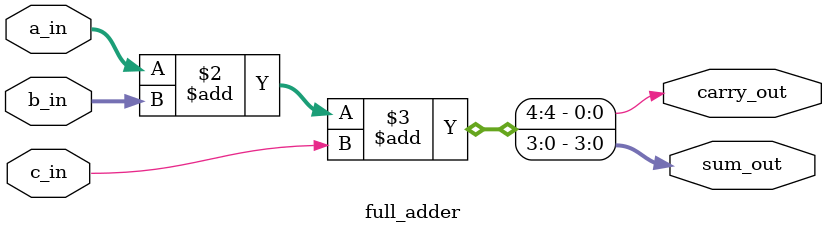
<source format=v>

module full_adder (a_in, b_in, c_in, carry_out, sum_out);

input [3:0] a_in, b_in;
input c_in;
output carry_out;
output [3:0] sum_out;

reg carry_out;
reg [3:0] sum_out;

always @ (a_in or b_in or c_in)
	begin
		{carry_out, sum_out} = a_in + b_in + c_in;
	end

endmodule

</source>
